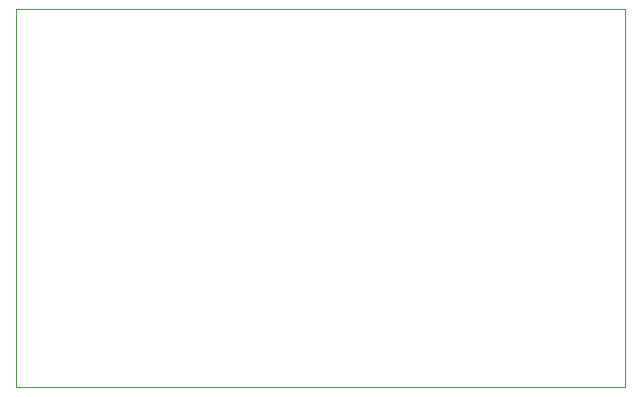
<source format=gbr>
G04 #@! TF.GenerationSoftware,KiCad,Pcbnew,(5.1.2-1)-1*
G04 #@! TF.CreationDate,2021-10-12T12:57:45-04:00*
G04 #@! TF.ProjectId,DCMixer - CGS04,44434d69-7865-4722-902d-204347533034,rev?*
G04 #@! TF.SameCoordinates,Original*
G04 #@! TF.FileFunction,Profile,NP*
%FSLAX46Y46*%
G04 Gerber Fmt 4.6, Leading zero omitted, Abs format (unit mm)*
G04 Created by KiCad (PCBNEW (5.1.2-1)-1) date 2021-10-12 12:57:45*
%MOMM*%
%LPD*%
G04 APERTURE LIST*
%ADD10C,0.050000*%
G04 APERTURE END LIST*
D10*
X63754000Y-12192000D02*
X12192000Y-12192000D01*
X63754000Y-44196000D02*
X63754000Y-12192000D01*
X12192000Y-44196000D02*
X63754000Y-44196000D01*
X12192000Y-12192000D02*
X12192000Y-44196000D01*
M02*

</source>
